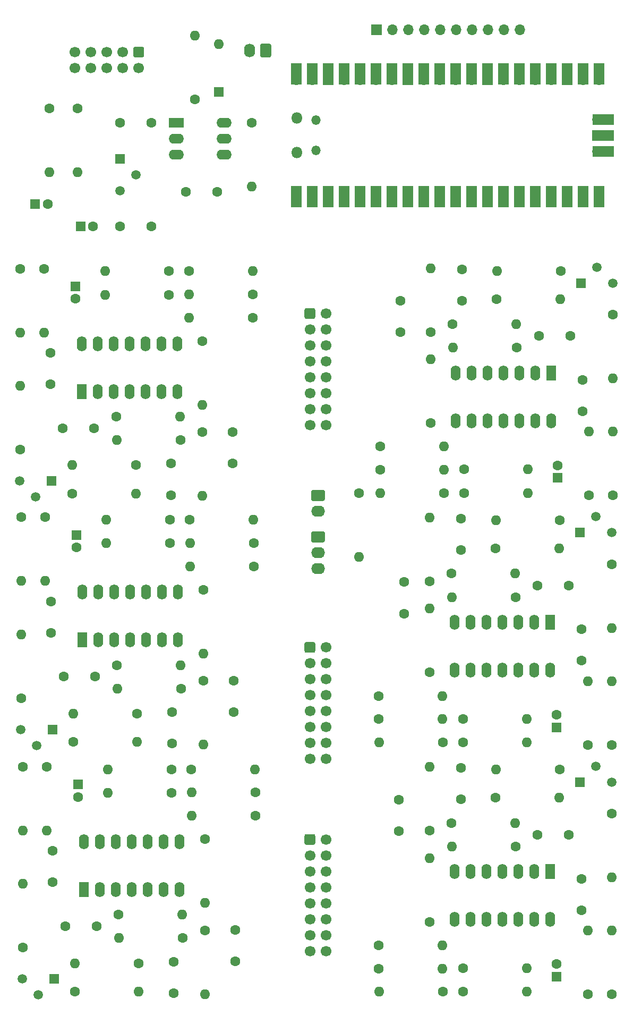
<source format=gbr>
%TF.GenerationSoftware,KiCad,Pcbnew,5.1.10-88a1d61d58~88~ubuntu20.10.1*%
%TF.CreationDate,2021-05-23T00:26:34+02:00*%
%TF.ProjectId,pico-dco,7069636f-2d64-4636-9f2e-6b696361645f,v2.0.0*%
%TF.SameCoordinates,Original*%
%TF.FileFunction,Soldermask,Top*%
%TF.FilePolarity,Negative*%
%FSLAX46Y46*%
G04 Gerber Fmt 4.6, Leading zero omitted, Abs format (unit mm)*
G04 Created by KiCad (PCBNEW 5.1.10-88a1d61d58~88~ubuntu20.10.1) date 2021-05-23 00:26:34*
%MOMM*%
%LPD*%
G01*
G04 APERTURE LIST*
%ADD10O,1.700000X1.700000*%
%ADD11R,1.700000X1.700000*%
%ADD12O,1.600000X1.600000*%
%ADD13C,1.600000*%
%ADD14O,1.600000X2.400000*%
%ADD15R,1.600000X2.400000*%
%ADD16R,1.500000X1.500000*%
%ADD17C,1.500000*%
%ADD18R,1.600000X1.600000*%
%ADD19C,1.700000*%
%ADD20O,2.190000X1.740000*%
%ADD21O,2.400000X1.600000*%
%ADD22R,2.400000X1.600000*%
%ADD23O,1.740000X2.190000*%
%ADD24R,3.500000X1.700000*%
%ADD25O,1.500000X1.500000*%
%ADD26O,1.800000X1.800000*%
%ADD27R,1.700000X3.500000*%
G04 APERTURE END LIST*
D10*
%TO.C,MOD1*%
X132260000Y-22700000D03*
X129720000Y-22700000D03*
X127180000Y-22700000D03*
X124640000Y-22700000D03*
X122100000Y-22700000D03*
X119560000Y-22700000D03*
X117020000Y-22700000D03*
X114480000Y-22700000D03*
X111940000Y-22700000D03*
D11*
X109400000Y-22700000D03*
%TD*%
D12*
%TO.C,R4*%
X106600000Y-106660000D03*
D13*
X106600000Y-96500000D03*
%TD*%
%TO.C,C16*%
X113800000Y-115700000D03*
X113800000Y-110700000D03*
%TD*%
D14*
%TO.C,U8*%
X62810000Y-152060000D03*
X78050000Y-159680000D03*
X65350000Y-152060000D03*
X75510000Y-159680000D03*
X67890000Y-152060000D03*
X72970000Y-159680000D03*
X70430000Y-152060000D03*
X70430000Y-159680000D03*
X72970000Y-152060000D03*
X67890000Y-159680000D03*
X75510000Y-152060000D03*
X65350000Y-159680000D03*
X78050000Y-152060000D03*
D15*
X62810000Y-159680000D03*
%TD*%
D14*
%TO.C,U7*%
X137100000Y-164440000D03*
X121860000Y-156820000D03*
X134560000Y-164440000D03*
X124400000Y-156820000D03*
X132020000Y-164440000D03*
X126940000Y-156820000D03*
X129480000Y-164440000D03*
X129480000Y-156820000D03*
X126940000Y-164440000D03*
X132020000Y-156820000D03*
X124400000Y-164440000D03*
X134560000Y-156820000D03*
X121860000Y-164440000D03*
D15*
X137100000Y-156820000D03*
%TD*%
D14*
%TO.C,U6*%
X62560000Y-112300000D03*
X77800000Y-119920000D03*
X65100000Y-112300000D03*
X75260000Y-119920000D03*
X67640000Y-112300000D03*
X72720000Y-119920000D03*
X70180000Y-112300000D03*
X70180000Y-119920000D03*
X72720000Y-112300000D03*
X67640000Y-119920000D03*
X75260000Y-112300000D03*
X65100000Y-119920000D03*
X77800000Y-112300000D03*
D15*
X62560000Y-119920000D03*
%TD*%
D14*
%TO.C,U5*%
X137100000Y-124700000D03*
X121860000Y-117080000D03*
X134560000Y-124700000D03*
X124400000Y-117080000D03*
X132020000Y-124700000D03*
X126940000Y-117080000D03*
X129480000Y-124700000D03*
X129480000Y-117080000D03*
X126940000Y-124700000D03*
X132020000Y-117080000D03*
X124400000Y-124700000D03*
X134560000Y-117080000D03*
X121860000Y-124700000D03*
D15*
X137100000Y-117080000D03*
%TD*%
D12*
%TO.C,R87*%
X66550000Y-140530000D03*
D13*
X76710000Y-140530000D03*
%TD*%
D12*
%TO.C,R86*%
X66550000Y-144279999D03*
D13*
X76710000Y-144279999D03*
%TD*%
D12*
%TO.C,R85*%
X56810000Y-150290000D03*
D13*
X56810000Y-140130000D03*
%TD*%
D12*
%TO.C,R84*%
X53010000Y-150290000D03*
D13*
X53010000Y-140130000D03*
%TD*%
D12*
%TO.C,R83*%
X53010000Y-158770000D03*
D13*
X53010000Y-168930000D03*
%TD*%
D12*
%TO.C,R82*%
X90070000Y-140530000D03*
D13*
X79910000Y-140530000D03*
%TD*%
D12*
%TO.C,R81*%
X79950000Y-144229999D03*
D13*
X90110000Y-144229999D03*
%TD*%
D12*
%TO.C,R80*%
X79950000Y-147929999D03*
D13*
X90110000Y-147929999D03*
%TD*%
D12*
%TO.C,R79*%
X71470000Y-175930000D03*
D13*
X61310000Y-175930000D03*
%TD*%
D12*
%TO.C,R78*%
X78470000Y-163680000D03*
D13*
X68310000Y-163680000D03*
%TD*%
D12*
%TO.C,R77*%
X61350000Y-171430000D03*
D13*
X71510000Y-171430000D03*
%TD*%
D12*
%TO.C,R76*%
X68400000Y-167429999D03*
D13*
X78560000Y-167429999D03*
%TD*%
D12*
%TO.C,R75*%
X82060000Y-161839999D03*
D13*
X82060000Y-151679999D03*
%TD*%
D12*
%TO.C,R74*%
X82060000Y-176339999D03*
D13*
X82060000Y-166179999D03*
%TD*%
D12*
%TO.C,R73*%
X133360000Y-175970000D03*
D13*
X123200000Y-175970000D03*
%TD*%
D12*
%TO.C,R72*%
X133360000Y-172220001D03*
D13*
X123200000Y-172220001D03*
%TD*%
D12*
%TO.C,R71*%
X143100000Y-166210000D03*
D13*
X143100000Y-176370000D03*
%TD*%
D12*
%TO.C,R70*%
X146900000Y-166210000D03*
D13*
X146900000Y-176370000D03*
%TD*%
D12*
%TO.C,R69*%
X146900000Y-157730000D03*
D13*
X146900000Y-147570000D03*
%TD*%
D12*
%TO.C,R68*%
X109840000Y-175970000D03*
D13*
X120000000Y-175970000D03*
%TD*%
D12*
%TO.C,R67*%
X119960000Y-172270001D03*
D13*
X109800000Y-172270001D03*
%TD*%
D12*
%TO.C,R66*%
X119960000Y-168570001D03*
D13*
X109800000Y-168570001D03*
%TD*%
D12*
%TO.C,R65*%
X128440000Y-140570000D03*
D13*
X138600000Y-140570000D03*
%TD*%
D12*
%TO.C,R64*%
X121440000Y-152820000D03*
D13*
X131600000Y-152820000D03*
%TD*%
D12*
%TO.C,R63*%
X138560000Y-145070000D03*
D13*
X128400000Y-145070000D03*
%TD*%
D12*
%TO.C,R62*%
X131510000Y-149070001D03*
D13*
X121350000Y-149070001D03*
%TD*%
D12*
%TO.C,R61*%
X117850000Y-154660001D03*
D13*
X117850000Y-164820001D03*
%TD*%
D12*
%TO.C,R60*%
X117850000Y-140160001D03*
D13*
X117850000Y-150320001D03*
%TD*%
D12*
%TO.C,R59*%
X66300000Y-100770000D03*
D13*
X76460000Y-100770000D03*
%TD*%
D12*
%TO.C,R58*%
X66300000Y-104520000D03*
D13*
X76460000Y-104520000D03*
%TD*%
D12*
%TO.C,R57*%
X56560000Y-110530000D03*
D13*
X56560000Y-100370000D03*
%TD*%
D12*
%TO.C,R56*%
X52760000Y-110530000D03*
D13*
X52760000Y-100370000D03*
%TD*%
D12*
%TO.C,R55*%
X52760000Y-119010000D03*
D13*
X52760000Y-129170000D03*
%TD*%
D12*
%TO.C,R54*%
X89820000Y-100770000D03*
D13*
X79660000Y-100770000D03*
%TD*%
D12*
%TO.C,R53*%
X79700000Y-104470000D03*
D13*
X89860000Y-104470000D03*
%TD*%
D12*
%TO.C,R52*%
X79700000Y-108170000D03*
D13*
X89860000Y-108170000D03*
%TD*%
D12*
%TO.C,R51*%
X71220000Y-136170000D03*
D13*
X61060000Y-136170000D03*
%TD*%
D12*
%TO.C,R50*%
X78220000Y-123920000D03*
D13*
X68060000Y-123920000D03*
%TD*%
D12*
%TO.C,R49*%
X61100000Y-131670000D03*
D13*
X71260000Y-131670000D03*
%TD*%
D12*
%TO.C,R48*%
X68150000Y-127670000D03*
D13*
X78310000Y-127670000D03*
%TD*%
D12*
%TO.C,R47*%
X81810000Y-122080000D03*
D13*
X81810000Y-111920000D03*
%TD*%
D12*
%TO.C,R46*%
X81810000Y-136580000D03*
D13*
X81810000Y-126420000D03*
%TD*%
D12*
%TO.C,R45*%
X133360000Y-136230000D03*
D13*
X123200000Y-136230000D03*
%TD*%
D12*
%TO.C,R44*%
X133360000Y-132480000D03*
D13*
X123200000Y-132480000D03*
%TD*%
D12*
%TO.C,R43*%
X143100000Y-126470000D03*
D13*
X143100000Y-136630000D03*
%TD*%
D12*
%TO.C,R42*%
X146900000Y-126470000D03*
D13*
X146900000Y-136630000D03*
%TD*%
D12*
%TO.C,R41*%
X146900000Y-117990000D03*
D13*
X146900000Y-107830000D03*
%TD*%
D12*
%TO.C,R40*%
X109840000Y-136230000D03*
D13*
X120000000Y-136230000D03*
%TD*%
D12*
%TO.C,R39*%
X119960000Y-132530000D03*
D13*
X109800000Y-132530000D03*
%TD*%
D12*
%TO.C,R38*%
X119960000Y-128830000D03*
D13*
X109800000Y-128830000D03*
%TD*%
D12*
%TO.C,R37*%
X128440000Y-100830000D03*
D13*
X138600000Y-100830000D03*
%TD*%
D12*
%TO.C,R36*%
X121440000Y-113080000D03*
D13*
X131600000Y-113080000D03*
%TD*%
D12*
%TO.C,R35*%
X138560000Y-105330000D03*
D13*
X128400000Y-105330000D03*
%TD*%
D12*
%TO.C,R34*%
X131510000Y-109330000D03*
D13*
X121350000Y-109330000D03*
%TD*%
D12*
%TO.C,R33*%
X117850000Y-114920000D03*
D13*
X117850000Y-125080000D03*
%TD*%
D12*
%TO.C,R32*%
X117850000Y-100420000D03*
D13*
X117850000Y-110580000D03*
%TD*%
D16*
%TO.C,Q6*%
X58060000Y-173930000D03*
D17*
X52980000Y-173930000D03*
X55520000Y-176470000D03*
%TD*%
D16*
%TO.C,Q5*%
X141850000Y-142570000D03*
D17*
X146930000Y-142570000D03*
X144390000Y-140030000D03*
%TD*%
D16*
%TO.C,Q4*%
X57810000Y-134170000D03*
D17*
X52730000Y-134170000D03*
X55270000Y-136710000D03*
%TD*%
D16*
%TO.C,Q3*%
X141850000Y-102830000D03*
D17*
X146930000Y-102830000D03*
X144390000Y-100290000D03*
%TD*%
D13*
%TO.C,C35*%
X57810000Y-153530000D03*
X57810000Y-158530000D03*
%TD*%
%TO.C,C34*%
X61810000Y-144930000D03*
D18*
X61810000Y-142930000D03*
%TD*%
D13*
%TO.C,C33*%
X64810000Y-165530000D03*
X59810000Y-165530000D03*
%TD*%
%TO.C,C32*%
X77060000Y-176180000D03*
X77060000Y-171180000D03*
%TD*%
%TO.C,C31*%
X86910000Y-171129999D03*
X86910000Y-166129999D03*
%TD*%
%TO.C,C30*%
X142100000Y-162970000D03*
X142100000Y-157970000D03*
%TD*%
%TO.C,C29*%
X138100000Y-171570000D03*
D18*
X138100000Y-173570000D03*
%TD*%
D13*
%TO.C,C28*%
X135100000Y-150970000D03*
X140100000Y-150970000D03*
%TD*%
%TO.C,C27*%
X122850000Y-140320000D03*
X122850000Y-145320000D03*
%TD*%
%TO.C,C26*%
X113000000Y-145370001D03*
X113000000Y-150370001D03*
%TD*%
%TO.C,C25*%
X57560000Y-113770000D03*
X57560000Y-118770000D03*
%TD*%
%TO.C,C24*%
X61560000Y-105170000D03*
D18*
X61560000Y-103170000D03*
%TD*%
D13*
%TO.C,C23*%
X64560000Y-125770000D03*
X59560000Y-125770000D03*
%TD*%
%TO.C,C22*%
X76810000Y-136420000D03*
X76810000Y-131420000D03*
%TD*%
%TO.C,C21*%
X86660000Y-131370000D03*
X86660000Y-126370000D03*
%TD*%
%TO.C,C20*%
X142100000Y-123230000D03*
X142100000Y-118230000D03*
%TD*%
%TO.C,C19*%
X138100000Y-131830000D03*
D18*
X138100000Y-133830000D03*
%TD*%
D13*
%TO.C,C18*%
X135100000Y-111230000D03*
X140100000Y-111230000D03*
%TD*%
%TO.C,C17*%
X122850000Y-100580000D03*
X122850000Y-105580000D03*
%TD*%
D14*
%TO.C,U4*%
X62400000Y-72700000D03*
X77640000Y-80320000D03*
X64940000Y-72700000D03*
X75100000Y-80320000D03*
X67480000Y-72700000D03*
X72560000Y-80320000D03*
X70020000Y-72700000D03*
X70020000Y-80320000D03*
X72560000Y-72700000D03*
X67480000Y-80320000D03*
X75100000Y-72700000D03*
X64940000Y-80320000D03*
X77640000Y-72700000D03*
D15*
X62400000Y-80320000D03*
%TD*%
D12*
%TO.C,R31*%
X66140000Y-61170000D03*
D13*
X76300000Y-61170000D03*
%TD*%
D12*
%TO.C,R30*%
X66140000Y-64920000D03*
D13*
X76300000Y-64920000D03*
%TD*%
D12*
%TO.C,R29*%
X56400000Y-70930000D03*
D13*
X56400000Y-60770000D03*
%TD*%
D12*
%TO.C,R28*%
X52600000Y-70930000D03*
D13*
X52600000Y-60770000D03*
%TD*%
D12*
%TO.C,R27*%
X52600000Y-79410000D03*
D13*
X52600000Y-89570000D03*
%TD*%
D12*
%TO.C,R26*%
X89660000Y-61170000D03*
D13*
X79500000Y-61170000D03*
%TD*%
D12*
%TO.C,R25*%
X79540000Y-64870000D03*
D13*
X89700000Y-64870000D03*
%TD*%
D12*
%TO.C,R24*%
X79540000Y-68570000D03*
D13*
X89700000Y-68570000D03*
%TD*%
D12*
%TO.C,R23*%
X71060000Y-96570000D03*
D13*
X60900000Y-96570000D03*
%TD*%
D12*
%TO.C,R22*%
X78060000Y-84320000D03*
D13*
X67900000Y-84320000D03*
%TD*%
D12*
%TO.C,R21*%
X60940000Y-92070000D03*
D13*
X71100000Y-92070000D03*
%TD*%
D12*
%TO.C,R20*%
X67990000Y-88070000D03*
D13*
X78150000Y-88070000D03*
%TD*%
D12*
%TO.C,R19*%
X81650000Y-82480000D03*
D13*
X81650000Y-72320000D03*
%TD*%
D12*
%TO.C,R18*%
X81650000Y-96980000D03*
D13*
X81650000Y-86820000D03*
%TD*%
D16*
%TO.C,Q2*%
X57650000Y-94570000D03*
D17*
X52570000Y-94570000D03*
X55110000Y-97110000D03*
%TD*%
D13*
%TO.C,C15*%
X57400000Y-74170000D03*
X57400000Y-79170000D03*
%TD*%
%TO.C,C14*%
X61400000Y-65570000D03*
D18*
X61400000Y-63570000D03*
%TD*%
D13*
%TO.C,C13*%
X64400000Y-86170000D03*
X59400000Y-86170000D03*
%TD*%
%TO.C,C12*%
X76650000Y-96820000D03*
X76650000Y-91820000D03*
%TD*%
%TO.C,C11*%
X86500000Y-91770000D03*
X86500000Y-86770000D03*
%TD*%
D19*
%TO.C,GATE1*%
X101340000Y-85680000D03*
X101340000Y-83140000D03*
X101340000Y-80600000D03*
X101340000Y-78060000D03*
X101340000Y-75520000D03*
X101340000Y-72980000D03*
X101340000Y-70440000D03*
X101340000Y-67900000D03*
X98800000Y-85680000D03*
X98800000Y-83140000D03*
X98800000Y-80600000D03*
X98800000Y-78060000D03*
X98800000Y-75520000D03*
X98800000Y-72980000D03*
X98800000Y-70440000D03*
G36*
G01*
X97950000Y-68500000D02*
X97950000Y-67300000D01*
G75*
G02*
X98200000Y-67050000I250000J0D01*
G01*
X99400000Y-67050000D01*
G75*
G02*
X99650000Y-67300000I0J-250000D01*
G01*
X99650000Y-68500000D01*
G75*
G02*
X99400000Y-68750000I-250000J0D01*
G01*
X98200000Y-68750000D01*
G75*
G02*
X97950000Y-68500000I0J250000D01*
G01*
G37*
%TD*%
%TO.C,RAMP1*%
X101340000Y-138880000D03*
X101340000Y-136340000D03*
X101340000Y-133800000D03*
X101340000Y-131260000D03*
X101340000Y-128720000D03*
X101340000Y-126180000D03*
X101340000Y-123640000D03*
X101340000Y-121100000D03*
X98800000Y-138880000D03*
X98800000Y-136340000D03*
X98800000Y-133800000D03*
X98800000Y-131260000D03*
X98800000Y-128720000D03*
X98800000Y-126180000D03*
X98800000Y-123640000D03*
G36*
G01*
X97950000Y-121700000D02*
X97950000Y-120500000D01*
G75*
G02*
X98200000Y-120250000I250000J0D01*
G01*
X99400000Y-120250000D01*
G75*
G02*
X99650000Y-120500000I0J-250000D01*
G01*
X99650000Y-121700000D01*
G75*
G02*
X99400000Y-121950000I-250000J0D01*
G01*
X98200000Y-121950000D01*
G75*
G02*
X97950000Y-121700000I0J250000D01*
G01*
G37*
%TD*%
D20*
%TO.C,PWM_IN1*%
X100100000Y-99440000D03*
G36*
G01*
X99254999Y-96030000D02*
X100945001Y-96030000D01*
G75*
G02*
X101195000Y-96279999I0J-249999D01*
G01*
X101195000Y-97520001D01*
G75*
G02*
X100945001Y-97770000I-249999J0D01*
G01*
X99254999Y-97770000D01*
G75*
G02*
X99005000Y-97520001I0J249999D01*
G01*
X99005000Y-96279999D01*
G75*
G02*
X99254999Y-96030000I249999J0D01*
G01*
G37*
%TD*%
D19*
%TO.C,PULSE1*%
X101340000Y-169480000D03*
X101340000Y-166940000D03*
X101340000Y-164400000D03*
X101340000Y-161860000D03*
X101340000Y-159320000D03*
X101340000Y-156780000D03*
X101340000Y-154240000D03*
X101340000Y-151700000D03*
X98800000Y-169480000D03*
X98800000Y-166940000D03*
X98800000Y-164400000D03*
X98800000Y-161860000D03*
X98800000Y-159320000D03*
X98800000Y-156780000D03*
X98800000Y-154240000D03*
G36*
G01*
X97950000Y-152300000D02*
X97950000Y-151100000D01*
G75*
G02*
X98200000Y-150850000I250000J0D01*
G01*
X99400000Y-150850000D01*
G75*
G02*
X99650000Y-151100000I0J-250000D01*
G01*
X99650000Y-152300000D01*
G75*
G02*
X99400000Y-152550000I-250000J0D01*
G01*
X98200000Y-152550000D01*
G75*
G02*
X97950000Y-152300000I0J250000D01*
G01*
G37*
%TD*%
D21*
%TO.C,U3*%
X85120000Y-37500000D03*
X77500000Y-42580000D03*
X85120000Y-40040000D03*
X77500000Y-40040000D03*
X85120000Y-42580000D03*
D22*
X77500000Y-37500000D03*
%TD*%
D12*
%TO.C,R17*%
X89500000Y-47660000D03*
D13*
X89500000Y-37500000D03*
%TD*%
D12*
%TO.C,R16*%
X80500000Y-23590000D03*
D13*
X80500000Y-33750000D03*
%TD*%
D23*
%TO.C,MIDI_IN1*%
X89210000Y-26000000D03*
G36*
G01*
X92620000Y-25154999D02*
X92620000Y-26845001D01*
G75*
G02*
X92370001Y-27095000I-249999J0D01*
G01*
X91129999Y-27095000D01*
G75*
G02*
X90880000Y-26845001I0J249999D01*
G01*
X90880000Y-25154999D01*
G75*
G02*
X91129999Y-24905000I249999J0D01*
G01*
X92370001Y-24905000D01*
G75*
G02*
X92620000Y-25154999I0J-249999D01*
G01*
G37*
%TD*%
D12*
%TO.C,D1*%
X84250000Y-25000000D03*
D18*
X84250000Y-32620000D03*
%TD*%
D13*
%TO.C,C10*%
X79000000Y-48500000D03*
X84000000Y-48500000D03*
%TD*%
D16*
%TO.C,U1*%
X68500000Y-43250000D03*
D17*
X68500000Y-48330000D03*
X71040000Y-45790000D03*
%TD*%
D19*
%TO.C,POWER1*%
X61340000Y-28790000D03*
X63880000Y-28790000D03*
X66420000Y-28790000D03*
X68960000Y-28790000D03*
X71500000Y-28790000D03*
X61340000Y-26250000D03*
X63880000Y-26250000D03*
X66420000Y-26250000D03*
X68960000Y-26250000D03*
G36*
G01*
X70900000Y-25400000D02*
X72100000Y-25400000D01*
G75*
G02*
X72350000Y-25650000I0J-250000D01*
G01*
X72350000Y-26850000D01*
G75*
G02*
X72100000Y-27100000I-250000J0D01*
G01*
X70900000Y-27100000D01*
G75*
G02*
X70650000Y-26850000I0J250000D01*
G01*
X70650000Y-25650000D01*
G75*
G02*
X70900000Y-25400000I250000J0D01*
G01*
G37*
%TD*%
D12*
%TO.C,FB2*%
X61750000Y-45410000D03*
D13*
X61750000Y-35250000D03*
%TD*%
D12*
%TO.C,FB1*%
X57250000Y-45410000D03*
D13*
X57250000Y-35250000D03*
%TD*%
%TO.C,C9*%
X64250000Y-54000000D03*
D18*
X62250000Y-54000000D03*
%TD*%
D13*
%TO.C,C8*%
X57000000Y-50500000D03*
D18*
X55000000Y-50500000D03*
%TD*%
D13*
%TO.C,C7*%
X73500000Y-37500000D03*
X68500000Y-37500000D03*
%TD*%
%TO.C,C6*%
X68500000Y-54000000D03*
X73500000Y-54000000D03*
%TD*%
D20*
%TO.C,PW_POT1*%
X100100000Y-108580000D03*
X100100000Y-106040000D03*
G36*
G01*
X99254999Y-102630000D02*
X100945001Y-102630000D01*
G75*
G02*
X101195000Y-102879999I0J-249999D01*
G01*
X101195000Y-104120001D01*
G75*
G02*
X100945001Y-104370000I-249999J0D01*
G01*
X99254999Y-104370000D01*
G75*
G02*
X99005000Y-104120001I0J249999D01*
G01*
X99005000Y-102879999D01*
G75*
G02*
X99254999Y-102630000I249999J0D01*
G01*
G37*
%TD*%
D14*
%TO.C,U2*%
X137300000Y-84970000D03*
X122060000Y-77350000D03*
X134760000Y-84970000D03*
X124600000Y-77350000D03*
X132220000Y-84970000D03*
X127140000Y-77350000D03*
X129680000Y-84970000D03*
X129680000Y-77350000D03*
X127140000Y-84970000D03*
X132220000Y-77350000D03*
X124600000Y-84970000D03*
X134760000Y-77350000D03*
X122060000Y-84970000D03*
D15*
X137300000Y-77350000D03*
%TD*%
D13*
%TO.C,C5*%
X142300000Y-83500000D03*
X142300000Y-78500000D03*
%TD*%
D16*
%TO.C,Q1*%
X142050000Y-63100000D03*
D17*
X147130000Y-63100000D03*
X144590000Y-60560000D03*
%TD*%
D12*
%TO.C,R15*%
X133560000Y-96500000D03*
D13*
X123400000Y-96500000D03*
%TD*%
D12*
%TO.C,R14*%
X133560000Y-92750000D03*
D13*
X123400000Y-92750000D03*
%TD*%
D12*
%TO.C,R13*%
X143300000Y-86740000D03*
D13*
X143300000Y-96900000D03*
%TD*%
D12*
%TO.C,R12*%
X147100000Y-86740000D03*
D13*
X147100000Y-96900000D03*
%TD*%
D12*
%TO.C,R11*%
X147100000Y-78260000D03*
D13*
X147100000Y-68100000D03*
%TD*%
D12*
%TO.C,R10*%
X110040000Y-96500000D03*
D13*
X120200000Y-96500000D03*
%TD*%
D12*
%TO.C,R9*%
X120160000Y-92800000D03*
D13*
X110000000Y-92800000D03*
%TD*%
D12*
%TO.C,R8*%
X120160000Y-89100000D03*
D13*
X110000000Y-89100000D03*
%TD*%
D12*
%TO.C,R7*%
X128640000Y-61100000D03*
D13*
X138800000Y-61100000D03*
%TD*%
D12*
%TO.C,R6*%
X121640000Y-73350000D03*
D13*
X131800000Y-73350000D03*
%TD*%
D12*
%TO.C,R5*%
X138760000Y-65600000D03*
D13*
X128600000Y-65600000D03*
%TD*%
D12*
%TO.C,R3*%
X131710000Y-69600000D03*
D13*
X121550000Y-69600000D03*
%TD*%
D12*
%TO.C,R2*%
X118050000Y-75190000D03*
D13*
X118050000Y-85350000D03*
%TD*%
D12*
%TO.C,R1*%
X118050000Y-60690000D03*
D13*
X118050000Y-70850000D03*
%TD*%
D10*
%TO.C,MCU1*%
X144650000Y-36960000D03*
D24*
X145550000Y-36960000D03*
D11*
X144650000Y-39500000D03*
D24*
X145550000Y-39500000D03*
D10*
X144650000Y-42040000D03*
D24*
X145550000Y-42040000D03*
D25*
X99780000Y-37075000D03*
X99780000Y-41925000D03*
D26*
X96750000Y-36775000D03*
X96750000Y-42225000D03*
D27*
X144880000Y-29710000D03*
X142340000Y-29710000D03*
X139800000Y-29710000D03*
X137260000Y-29710000D03*
X134720000Y-29710000D03*
X132180000Y-29710000D03*
X129640000Y-29710000D03*
X127100000Y-29710000D03*
X124560000Y-29710000D03*
X122020000Y-29710000D03*
X119480000Y-29710000D03*
X116940000Y-29710000D03*
X114400000Y-29710000D03*
X111860000Y-29710000D03*
X109320000Y-29710000D03*
X106780000Y-29710000D03*
X104240000Y-29710000D03*
X101700000Y-29710000D03*
X99160000Y-29710000D03*
X96620000Y-29710000D03*
X144880000Y-49290000D03*
X142340000Y-49290000D03*
X139800000Y-49290000D03*
X137260000Y-49290000D03*
X134720000Y-49290000D03*
X132180000Y-49290000D03*
X129640000Y-49290000D03*
X127100000Y-49290000D03*
X124560000Y-49290000D03*
X122020000Y-49290000D03*
X119480000Y-49290000D03*
X116940000Y-49290000D03*
X114400000Y-49290000D03*
X111860000Y-49290000D03*
X109320000Y-49290000D03*
X106780000Y-49290000D03*
X104240000Y-49290000D03*
X101700000Y-49290000D03*
X99160000Y-49290000D03*
X96620000Y-49290000D03*
D10*
X96620000Y-30610000D03*
X99160000Y-30610000D03*
D11*
X101700000Y-30610000D03*
D10*
X104240000Y-30610000D03*
X106780000Y-30610000D03*
X109320000Y-30610000D03*
X111860000Y-30610000D03*
D11*
X114400000Y-30610000D03*
D10*
X116940000Y-30610000D03*
X119480000Y-30610000D03*
X122020000Y-30610000D03*
X124560000Y-30610000D03*
D11*
X127100000Y-30610000D03*
D10*
X129640000Y-30610000D03*
X132180000Y-30610000D03*
X134720000Y-30610000D03*
X137260000Y-30610000D03*
D11*
X139800000Y-30610000D03*
D10*
X142340000Y-30610000D03*
X144880000Y-30610000D03*
X144880000Y-48390000D03*
X142340000Y-48390000D03*
D11*
X139800000Y-48390000D03*
D10*
X137260000Y-48390000D03*
X134720000Y-48390000D03*
X132180000Y-48390000D03*
X129640000Y-48390000D03*
D11*
X127100000Y-48390000D03*
D10*
X124560000Y-48390000D03*
X122020000Y-48390000D03*
X119480000Y-48390000D03*
X116940000Y-48390000D03*
D11*
X114400000Y-48390000D03*
D10*
X111860000Y-48390000D03*
X109320000Y-48390000D03*
X106780000Y-48390000D03*
X104240000Y-48390000D03*
D11*
X101700000Y-48390000D03*
D10*
X99160000Y-48390000D03*
X96620000Y-48390000D03*
%TD*%
D13*
%TO.C,C4*%
X138300000Y-92100000D03*
D18*
X138300000Y-94100000D03*
%TD*%
D13*
%TO.C,C3*%
X135300000Y-71500000D03*
X140300000Y-71500000D03*
%TD*%
%TO.C,C2*%
X123050000Y-60850000D03*
X123050000Y-65850000D03*
%TD*%
%TO.C,C1*%
X113200000Y-65900000D03*
X113200000Y-70900000D03*
%TD*%
M02*

</source>
